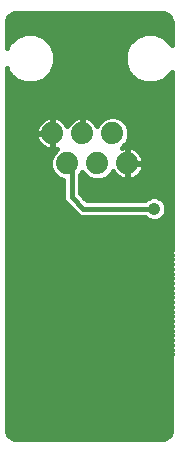
<source format=gbl>
G75*
G70*
%OFA0B0*%
%FSLAX24Y24*%
%IPPOS*%
%LPD*%
%AMOC8*
5,1,8,0,0,1.08239X$1,22.5*
%
%ADD10C,0.0740*%
%ADD11C,0.0413*%
%ADD12C,0.0160*%
D10*
X002402Y009566D03*
X001902Y010566D03*
X002902Y010566D03*
X003402Y009566D03*
X003902Y010566D03*
X004402Y009566D03*
D11*
X005298Y008054D03*
X003924Y007302D03*
X005574Y003719D03*
X001975Y008816D03*
D12*
X000386Y000621D02*
X000431Y000513D01*
X000513Y000431D01*
X000621Y000386D01*
X000680Y000380D01*
X005574Y000380D01*
X005632Y000386D01*
X005741Y000431D01*
X005824Y000514D01*
X005868Y000622D01*
X005874Y000681D01*
X005874Y000681D01*
X005874Y000764D01*
X005874Y000764D01*
X005877Y012620D01*
X005865Y012590D01*
X005628Y012354D01*
X005320Y012226D01*
X005877Y012226D01*
X005877Y012068D02*
X000380Y012068D01*
X000380Y012226D02*
X000985Y012226D01*
X001320Y012226D01*
X004985Y012226D01*
X005320Y012226D01*
X004985Y012226D02*
X004677Y012354D01*
X004440Y012590D01*
X004312Y012899D01*
X004312Y013233D01*
X004440Y013542D01*
X004677Y013778D01*
X004985Y013906D01*
X005320Y013906D01*
X005628Y013778D01*
X005865Y013542D01*
X005877Y013511D01*
X005877Y014190D01*
X005877Y014190D01*
X005878Y014273D01*
X005878Y014273D01*
X005872Y014332D01*
X005827Y014440D01*
X005744Y014524D01*
X005636Y014569D01*
X005577Y014574D01*
X000680Y014574D01*
X000621Y014569D01*
X000513Y014524D01*
X000431Y014441D01*
X000386Y014333D01*
X000380Y014274D01*
X000380Y013396D01*
X000440Y013542D01*
X000677Y013778D01*
X000985Y013906D01*
X001320Y013906D01*
X001628Y013778D01*
X001865Y013542D01*
X001992Y013233D01*
X001992Y012899D01*
X001865Y012590D01*
X001628Y012354D01*
X001320Y012226D01*
X001659Y012385D02*
X004646Y012385D01*
X004487Y012543D02*
X001818Y012543D01*
X001911Y012702D02*
X004394Y012702D01*
X004328Y012860D02*
X001976Y012860D01*
X001992Y013019D02*
X004312Y013019D01*
X004312Y013177D02*
X001992Y013177D01*
X001950Y013336D02*
X004355Y013336D01*
X004421Y013494D02*
X001884Y013494D01*
X001754Y013653D02*
X004551Y013653D01*
X004756Y013811D02*
X001548Y013811D01*
X000985Y012226D02*
X000677Y012354D01*
X000440Y012590D01*
X000380Y012736D01*
X000380Y000680D01*
X000386Y000621D01*
X000382Y000656D02*
X005871Y000656D01*
X005874Y000814D02*
X000380Y000814D01*
X000380Y000973D02*
X005874Y000973D01*
X005874Y001131D02*
X000380Y001131D01*
X000380Y001290D02*
X005874Y001290D01*
X005874Y001448D02*
X000380Y001448D01*
X000380Y001607D02*
X005874Y001607D01*
X005874Y001765D02*
X000380Y001765D01*
X000380Y001924D02*
X005874Y001924D01*
X005874Y002082D02*
X000380Y002082D01*
X000380Y002241D02*
X005874Y002241D01*
X005874Y002399D02*
X000380Y002399D01*
X000380Y002558D02*
X005874Y002558D01*
X005874Y002716D02*
X000380Y002716D01*
X000380Y002875D02*
X005874Y002875D01*
X005874Y003033D02*
X000380Y003033D01*
X000380Y003192D02*
X005875Y003192D01*
X005875Y003350D02*
X000380Y003350D01*
X000380Y003509D02*
X005875Y003509D01*
X005875Y003667D02*
X000380Y003667D01*
X000380Y003826D02*
X005875Y003826D01*
X005875Y003984D02*
X000380Y003984D01*
X000380Y004143D02*
X005875Y004143D01*
X005875Y004301D02*
X000380Y004301D01*
X000380Y004460D02*
X005875Y004460D01*
X005875Y004618D02*
X000380Y004618D01*
X000380Y004777D02*
X005875Y004777D01*
X005875Y004935D02*
X000380Y004935D01*
X000380Y005094D02*
X005875Y005094D01*
X005875Y005252D02*
X000380Y005252D01*
X000380Y005411D02*
X005875Y005411D01*
X005875Y005569D02*
X000380Y005569D01*
X000380Y005728D02*
X005875Y005728D01*
X005875Y005886D02*
X000380Y005886D01*
X000380Y006045D02*
X005875Y006045D01*
X005875Y006203D02*
X000380Y006203D01*
X000380Y006362D02*
X005875Y006362D01*
X005875Y006520D02*
X000380Y006520D01*
X000380Y006679D02*
X005875Y006679D01*
X005875Y006837D02*
X000380Y006837D01*
X000380Y006996D02*
X005876Y006996D01*
X005876Y007154D02*
X000380Y007154D01*
X000380Y007313D02*
X005876Y007313D01*
X005876Y007471D02*
X000380Y007471D01*
X000380Y007630D02*
X005876Y007630D01*
X005876Y007788D02*
X005607Y007788D01*
X005643Y007824D02*
X005528Y007709D01*
X005379Y007647D01*
X005217Y007647D01*
X005068Y007709D01*
X005003Y007774D01*
X002880Y007774D01*
X002777Y007817D01*
X002384Y008210D01*
X002305Y008289D01*
X002262Y008392D01*
X002262Y009007D01*
X002080Y009083D01*
X001919Y009243D01*
X001832Y009452D01*
X001832Y009679D01*
X001919Y009889D01*
X002074Y010043D01*
X002031Y010029D01*
X001946Y010016D01*
X001922Y010016D01*
X001922Y010546D01*
X001882Y010546D01*
X001352Y010546D01*
X001352Y010523D01*
X001366Y010437D01*
X001393Y010355D01*
X001432Y010278D01*
X001483Y010208D01*
X001544Y010146D01*
X001614Y010095D01*
X001691Y010056D01*
X001774Y010029D01*
X001859Y010016D01*
X001882Y010016D01*
X001882Y010546D01*
X001882Y010586D01*
X001352Y010586D01*
X001352Y010609D01*
X001366Y010695D01*
X001393Y010777D01*
X001432Y010854D01*
X001483Y010924D01*
X001544Y010985D01*
X001614Y011036D01*
X001691Y011076D01*
X001774Y011102D01*
X001859Y011116D01*
X001882Y011116D01*
X001882Y010586D01*
X001922Y010586D01*
X001922Y011116D01*
X001946Y011116D01*
X002031Y011102D01*
X002114Y011076D01*
X002191Y011036D01*
X002261Y010985D01*
X002322Y010924D01*
X002373Y010854D01*
X002402Y010796D01*
X002432Y010854D01*
X002483Y010924D01*
X002544Y010985D01*
X002614Y011036D01*
X002691Y011076D01*
X002774Y011102D01*
X002859Y011116D01*
X002882Y011116D01*
X002882Y010586D01*
X002922Y010586D01*
X002922Y011116D01*
X002946Y011116D01*
X003031Y011102D01*
X003114Y011076D01*
X003191Y011036D01*
X003261Y010985D01*
X003322Y010924D01*
X003373Y010854D01*
X003391Y010819D01*
X003419Y010889D01*
X003580Y011049D01*
X003789Y011136D01*
X004016Y011136D01*
X004225Y011049D01*
X004386Y010889D01*
X004472Y010679D01*
X004472Y010452D01*
X004386Y010243D01*
X004231Y010088D01*
X004274Y010102D01*
X004359Y010116D01*
X004382Y010116D01*
X004382Y009586D01*
X004422Y009586D01*
X004422Y010116D01*
X004446Y010116D01*
X004531Y010102D01*
X004614Y010076D01*
X004691Y010036D01*
X004761Y009985D01*
X004822Y009924D01*
X004873Y009854D01*
X004912Y009777D01*
X004939Y009695D01*
X004952Y009609D01*
X004952Y009586D01*
X004422Y009586D01*
X004422Y009546D01*
X004422Y009016D01*
X004446Y009016D01*
X004531Y009029D01*
X004614Y009056D01*
X004691Y009095D01*
X004761Y009146D01*
X004822Y009208D01*
X004873Y009278D01*
X004912Y009355D01*
X004939Y009437D01*
X004952Y009523D01*
X004952Y009546D01*
X004422Y009546D01*
X004382Y009546D01*
X004382Y009016D01*
X004359Y009016D01*
X004274Y009029D01*
X004191Y009056D01*
X004114Y009095D01*
X004044Y009146D01*
X003983Y009208D01*
X003932Y009278D01*
X003914Y009312D01*
X003886Y009243D01*
X003725Y009083D01*
X003516Y008996D01*
X003289Y008996D01*
X003080Y009083D01*
X002919Y009243D01*
X002902Y009283D01*
X002886Y009243D01*
X002822Y009179D01*
X002822Y008564D01*
X003052Y008334D01*
X005003Y008334D01*
X005068Y008399D01*
X005217Y008461D01*
X005379Y008461D01*
X005528Y008399D01*
X005643Y008284D01*
X005705Y008135D01*
X005705Y007973D01*
X005643Y007824D01*
X005694Y007947D02*
X005876Y007947D01*
X005876Y008105D02*
X005705Y008105D01*
X005652Y008264D02*
X005876Y008264D01*
X005876Y008422D02*
X005472Y008422D01*
X005298Y008054D02*
X002936Y008054D01*
X002542Y008448D01*
X002542Y009416D01*
X002408Y009550D01*
X002402Y009556D01*
X002402Y009566D01*
X002408Y009550D02*
X002463Y009550D01*
X002262Y008898D02*
X000380Y008898D01*
X000380Y009056D02*
X002144Y009056D01*
X002262Y008739D02*
X000380Y008739D01*
X000380Y008581D02*
X002262Y008581D01*
X002262Y008422D02*
X000380Y008422D01*
X000380Y008264D02*
X002330Y008264D01*
X002489Y008105D02*
X000380Y008105D01*
X000380Y007947D02*
X002647Y007947D01*
X002846Y007788D02*
X000380Y007788D01*
X000380Y009215D02*
X001948Y009215D01*
X001865Y009373D02*
X000380Y009373D01*
X000380Y009532D02*
X001832Y009532D01*
X001837Y009690D02*
X000380Y009690D01*
X000380Y009849D02*
X001903Y009849D01*
X001882Y010166D02*
X001922Y010166D01*
X001922Y010324D02*
X001882Y010324D01*
X001882Y010483D02*
X001922Y010483D01*
X001922Y010641D02*
X001882Y010641D01*
X001882Y010800D02*
X001922Y010800D01*
X001922Y010958D02*
X001882Y010958D01*
X001517Y010958D02*
X000380Y010958D01*
X000380Y010800D02*
X001404Y010800D01*
X001357Y010641D02*
X000380Y010641D01*
X000380Y010483D02*
X001359Y010483D01*
X001408Y010324D02*
X000380Y010324D01*
X000380Y010166D02*
X001525Y010166D01*
X002038Y010007D02*
X000380Y010007D01*
X000380Y011117D02*
X003742Y011117D01*
X003489Y010958D02*
X003288Y010958D01*
X002922Y010958D02*
X002882Y010958D01*
X002882Y010800D02*
X002922Y010800D01*
X002922Y010641D02*
X002882Y010641D01*
X002517Y010958D02*
X002288Y010958D01*
X002401Y010800D02*
X002404Y010800D01*
X002857Y009215D02*
X002948Y009215D01*
X002822Y009056D02*
X003144Y009056D01*
X002964Y008422D02*
X005124Y008422D01*
X004827Y009215D02*
X005876Y009215D01*
X005876Y009373D02*
X004918Y009373D01*
X004952Y009532D02*
X005876Y009532D01*
X005876Y009690D02*
X004940Y009690D01*
X004876Y009849D02*
X005876Y009849D01*
X005876Y010007D02*
X004731Y010007D01*
X004472Y010483D02*
X005876Y010483D01*
X005877Y010641D02*
X004472Y010641D01*
X004423Y010800D02*
X005877Y010800D01*
X005877Y010958D02*
X004316Y010958D01*
X004062Y011117D02*
X005877Y011117D01*
X005877Y011275D02*
X000380Y011275D01*
X000380Y011434D02*
X005877Y011434D01*
X005877Y011592D02*
X000380Y011592D01*
X000380Y011751D02*
X005877Y011751D01*
X005877Y011909D02*
X000380Y011909D01*
X000380Y012385D02*
X000646Y012385D01*
X000487Y012543D02*
X000380Y012543D01*
X000380Y012702D02*
X000394Y012702D01*
X000380Y013494D02*
X000421Y013494D01*
X000380Y013653D02*
X000551Y013653D01*
X000380Y013811D02*
X000756Y013811D01*
X000380Y013970D02*
X005877Y013970D01*
X005877Y014128D02*
X000380Y014128D01*
X000381Y014287D02*
X005876Y014287D01*
X005822Y014445D02*
X000434Y014445D01*
X002822Y008898D02*
X005876Y008898D01*
X005876Y009056D02*
X004613Y009056D01*
X004422Y009056D02*
X004382Y009056D01*
X004382Y009215D02*
X004422Y009215D01*
X004422Y009373D02*
X004382Y009373D01*
X004382Y009532D02*
X004422Y009532D01*
X004422Y009690D02*
X004382Y009690D01*
X004382Y009849D02*
X004422Y009849D01*
X004422Y010007D02*
X004382Y010007D01*
X004308Y010166D02*
X005876Y010166D01*
X005876Y010324D02*
X004419Y010324D01*
X003978Y009215D02*
X003857Y009215D01*
X003661Y009056D02*
X004192Y009056D01*
X002822Y008739D02*
X005876Y008739D01*
X005876Y008581D02*
X002822Y008581D01*
X005548Y013811D02*
X005877Y013811D01*
X005877Y013653D02*
X005754Y013653D01*
X005818Y012543D02*
X005877Y012543D01*
X005877Y012385D02*
X005659Y012385D01*
X005807Y000497D02*
X000447Y000497D01*
M02*

</source>
